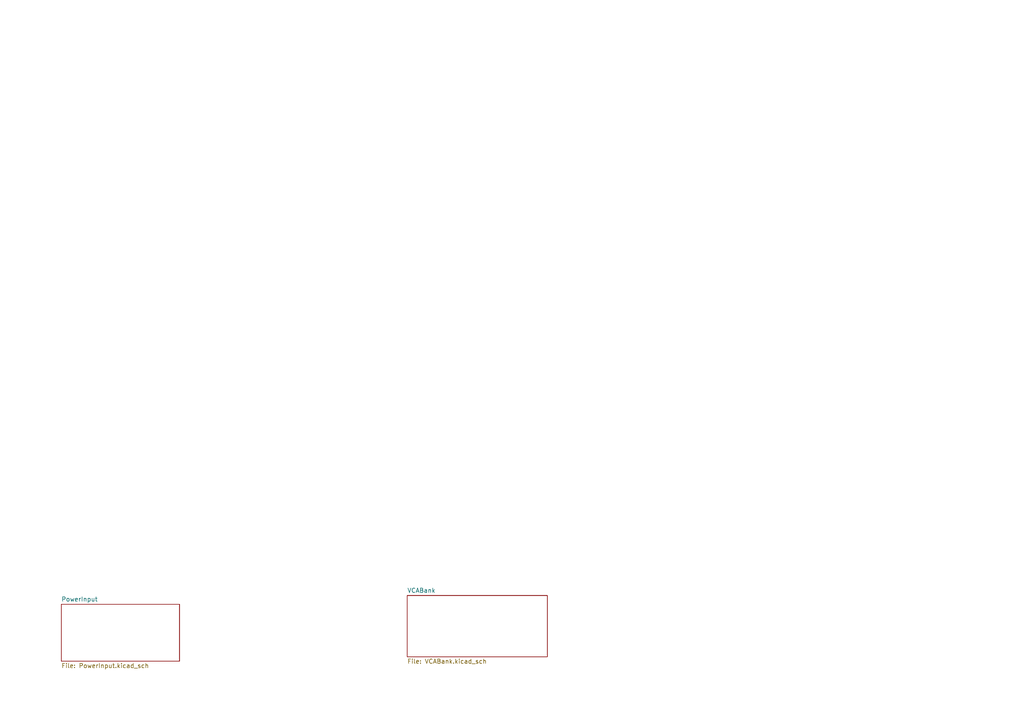
<source format=kicad_sch>
(kicad_sch (version 20211123) (generator eeschema)
  (paper "A4")
  (lib_symbols)
  (sheet (at 17.78 175.26) (size 34.29 16.51)
    (property "Sheet name" "PowerInput" (at 17.78 174.5484 0) (effects (justify left bottom)))
    (property "Sheet file" "PowerInput.kicad_sch" (at 17.78 192.3546 0) (effects (justify left top)))
  )
  (sheet (at 118.11 172.72) (size 40.64 17.78)
    (property "Sheet name" "VCABank" (at 118.11 172.0084 0) (effects (justify left bottom)))
    (property "Sheet file" "VCABank.kicad_sch" (at 118.11 191.0846 0) (effects (justify left top)))
  )
)
</source>
